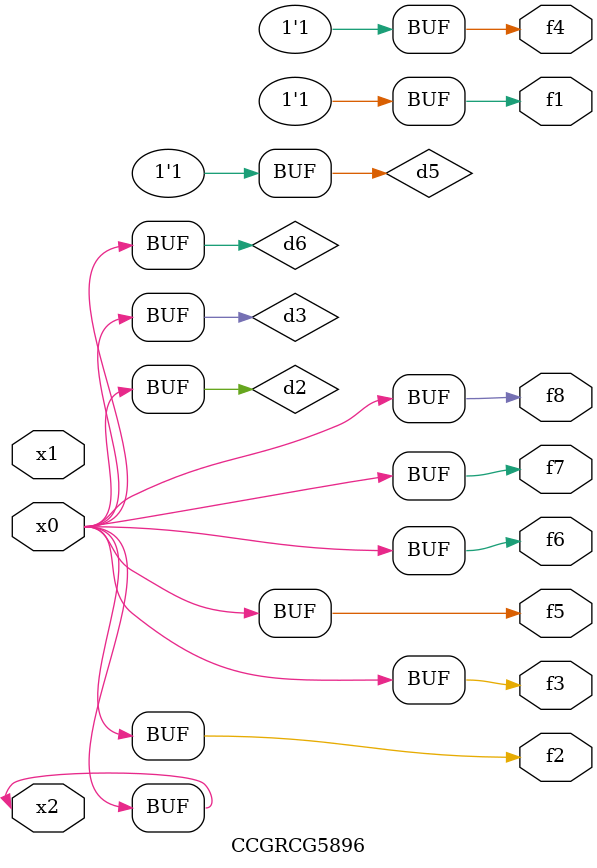
<source format=v>
module CCGRCG5896(
	input x0, x1, x2,
	output f1, f2, f3, f4, f5, f6, f7, f8
);

	wire d1, d2, d3, d4, d5, d6;

	xnor (d1, x2);
	buf (d2, x0, x2);
	and (d3, x0);
	xnor (d4, x1, x2);
	nand (d5, d1, d3);
	buf (d6, d2, d3);
	assign f1 = d5;
	assign f2 = d6;
	assign f3 = d6;
	assign f4 = d5;
	assign f5 = d6;
	assign f6 = d6;
	assign f7 = d6;
	assign f8 = d6;
endmodule

</source>
